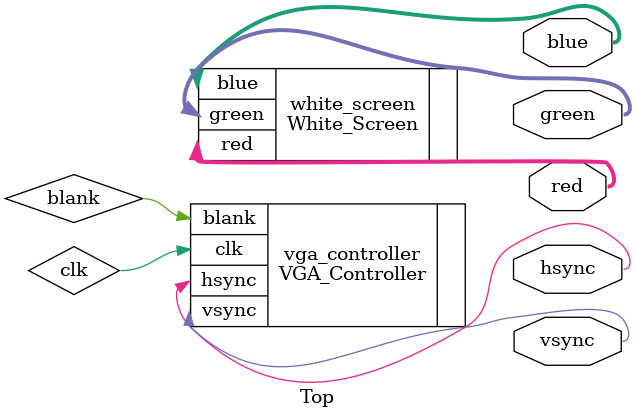
<source format=sv>
module Top (
    output reg hsync,    // HSYNC (to VGA connector)
    output reg vsync,    // VSYNC (to VGA connector)
    output [3:0] red,     // RED (to resistor DAC VGA connector)
    output [3:0] green,   // GREEN (to resistor DAC to VGA connector)
    output [3:0] blue     // BLUE (to resistor DAC to VGA connector)
);

    wire clk;
    wire blank;

    // Instantiate VGA controller
    VGA_Controller vga_controller (
        .hsync(hsync),
        .vsync(vsync),
        .clk(clk),
        .blank(blank)
    );

    // Instantiate white screen generator
    White_Screen white_screen (
        .red(red),
        .green(green),
        .blue(blue)
    );

endmodule


</source>
